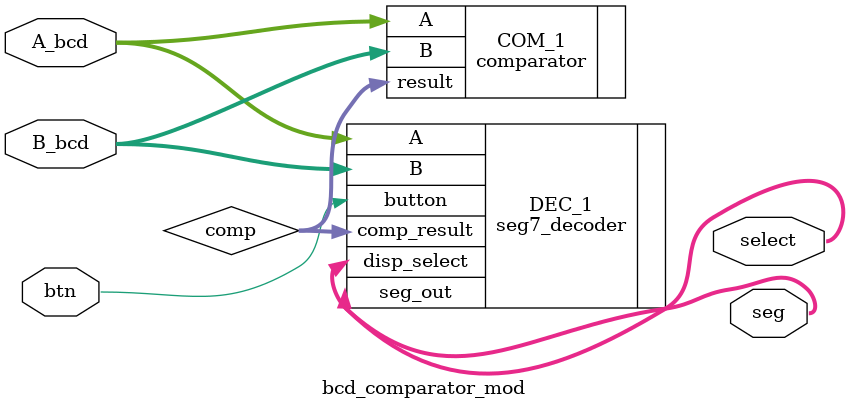
<source format=sv>
`timescale 1ns / 1ps
/**
  * Engineer: Juan Luna
  *  
  * Create Date: 2023-02-16
  * Design Name: BCD Comparator Display Module 2
  * Module Name: bcd_comparator_mod
  * Project Name: Project 5
  * Target Devices: Basys 3 board
  * Revision: 1
  * Dependencies:
        -> comparator.sv
        -> seg7_decoder.sv
  *
  * Description:
  *     This module contains an implementation of a BCD 
  *     comparator circuit. The inputs are two 4-bit BCD
  *     numbers and the circuit outputs the greater of
  *     two numbers on one of the 7-segment displays,
  *     depending on whether the input A or B is greater.
  *     If the numbers are equal, two displays are used
  *     to display the values. Additionally, if a button
  *     is pressed, then no numbers are displayed.
  *
  *     This module makes use of a comparator and
  *     7-segment display modules.
  */

module bcd_comparator_mod(
        // 4-bit BCD numbers
        input [3:0] A_bcd, B_bcd,
        // 1 bit for center pushbutton control
        input btn,
        // 8 bits for 7-segment display
        output logic [7:0] seg,
        // 1 bit for turning display on/off
        output logic [3:0] select
        );
        
    // 3 bits for comparator result
    logic [2:0] comp;
    
    // Instantiate comparator to determine greater value
    comparator COM_1(
        .A(A_bcd),
        .B(B_bcd),
        .result(comp)
        );
        
    // Instantiate 7-segment decoder for BCD output
    seg7_decoder DEC_1(
        .A(A_bcd),
        .B(B_bcd),
        .comp_result(comp),
        .button(btn),
        .seg_out(seg),
        .disp_select(select)
        );
        
endmodule

</source>
